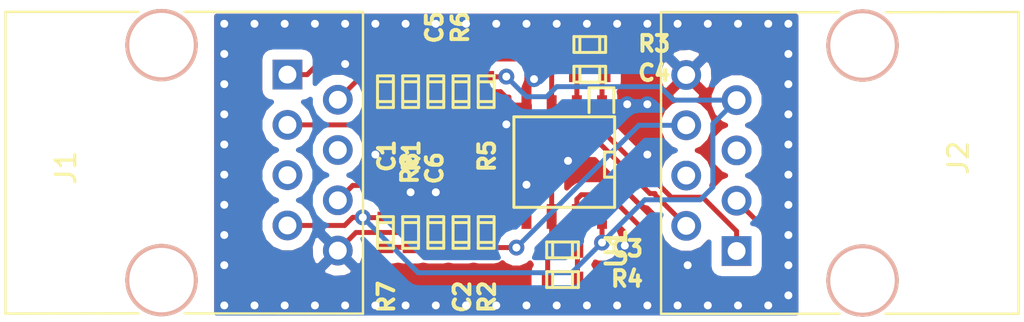
<source format=kicad_pcb>
(kicad_pcb (version 20170922) (host pcbnew "(2017-10-23 revision 788972554)-makepkg")

(general
  (thickness 1.6)
  (drawings 0)
  (tracks 185)
  (zones 0)
  (modules 17)
  (nets 15)
)

(page A4)
(layers
  (0 F.Cu signal)
  (31 B.Cu signal)
  (32 B.Adhes user)
  (33 F.Adhes user)
  (34 B.Paste user)
  (35 F.Paste user)
  (36 B.SilkS user)
  (37 F.SilkS user)
  (38 B.Mask user)
  (39 F.Mask user)
  (40 Dwgs.User user)
  (41 Cmts.User user)
  (42 Eco1.User user)
  (43 Eco2.User user)
  (44 Edge.Cuts user)
  (45 Margin user)
  (46 B.CrtYd user)
  (47 F.CrtYd user)
  (48 B.Fab user)
  (49 F.Fab user)
)


(setup
  (last_trace_width 0.25)
  (trace_clearance 0.2)
  (zone_clearance 0.508)
  (zone_45_only no)
  (trace_min 0.2)
  (segment_width 0.2)
  (edge_width 0.15)
  (via_size 0.8)
  (via_drill 0.4)
  (via_min_size 0.4)
  (via_min_drill 0.3)
  (uvia_size 0.3)
  (uvia_drill 0.1)
  (uvias_allowed no)
  (uvia_min_size 0.2)
  (uvia_min_drill 0.1)
  (pcb_text_width 0.3)
  (pcb_text_size 1.5 1.5)
  (mod_edge_width 0.15)
  (mod_text_size 1 1)
  (mod_text_width 0.15)
  (pad_size 1.524 1.524)
  (pad_drill 0.762)
  (pad_to_mask_clearance 0.2)
  (aux_axis_origin 0 0)
  (visible_elements FFF9FF7F)
  (pcbplotparams
    (layerselection 0x00030_ffffffff)
    (usegerberextensions false)
    (usegerberattributes true)
    (usegerberadvancedattributes true)
    (creategerberjobfile true)
    (excludeedgelayer true)
    (linewidth 0.100000)
    (plotframeref false)
    (viasonmask false)
    (mode 1)
    (useauxorigin false)
    (hpglpennumber 1)
    (hpglpenspeed 20)
    (hpglpendiameter 15)
    (psnegative false)
    (psa4output false)
    (plotreference true)
    (plotvalue true)
    (plotinvisibletext false)
    (padsonsilk false)
    (subtractmaskfromsilk false)
    (outputformat 1)
    (mirror false)
    (drillshape 1)
    (scaleselection 1)
    (outputdirectory ""))
)

(net 0 "")
(net 1 "Net-(C1-Pad2)")
(net 2 "Net-(C1-Pad1)")
(net 3 "Net-(C2-Pad1)")
(net 4 "Net-(C2-Pad2)")
(net 5 "Net-(C3-Pad1)")
(net 6 "Net-(C3-Pad2)")
(net 7 "Net-(C4-Pad2)")
(net 8 "Net-(C4-Pad1)")
(net 9 GND)
(net 10 +5V)
(net 11 "Net-(J1-Pad5)")
(net 12 "Net-(J1-Pad4)")
(net 13 "Net-(J2-Pad4)")
(net 14 "Net-(J2-Pad5)")

(net_class Default "This is the default net class."
  (clearance 0.2)
  (trace_width 0.25)
  (via_dia 0.8)
  (via_drill 0.4)
  (uvia_dia 0.3)
  (uvia_drill 0.1)
  (add_net +5V)
  (add_net GND)
  (add_net "Net-(C1-Pad1)")
  (add_net "Net-(C1-Pad2)")
  (add_net "Net-(C2-Pad1)")
  (add_net "Net-(C2-Pad2)")
  (add_net "Net-(C3-Pad1)")
  (add_net "Net-(C3-Pad2)")
  (add_net "Net-(C4-Pad1)")
  (add_net "Net-(C4-Pad2)")
  (add_net "Net-(J1-Pad4)")
  (add_net "Net-(J1-Pad5)")
  (add_net "Net-(J2-Pad4)")
  (add_net "Net-(J2-Pad5)")
)

  (module Connect:RJ45_8 (layer F.Cu) (tedit 0) (tstamp 592E3486)
    (at 156.9 81.58 90)
    (tags RJ45)
    (path /592E00E5)
    (fp_text reference J2 (at 4.7 11.18 90) (layer F.SilkS)
      (effects (font (size 1 1) (thickness 0.15)))
    )
    (fp_text value RJ45 (at 4.59 6.25 90) (layer F.Fab)
      (effects (font (size 1 1) (thickness 0.15)))
    )
    (fp_line (start -3.17 14.22) (end 12.07 14.22) (layer F.SilkS) (width 0.12))
    (fp_line (start 12.07 -3.81) (end 12.06 5.18) (layer F.SilkS) (width 0.12))
    (fp_line (start 12.07 -3.81) (end -3.17 -3.81) (layer F.SilkS) (width 0.12))
    (fp_line (start -3.17 -3.81) (end -3.17 5.19) (layer F.SilkS) (width 0.12))
    (fp_line (start 12.06 7.52) (end 12.07 14.22) (layer F.SilkS) (width 0.12))
    (fp_line (start -3.17 7.51) (end -3.17 14.22) (layer F.SilkS) (width 0.12))
    (fp_line (start -3.56 -4.06) (end 12.46 -4.06) (layer F.CrtYd) (width 0.05))
    (fp_line (start -3.56 -4.06) (end -3.56 14.47) (layer F.CrtYd) (width 0.05))
    (fp_line (start 12.46 14.47) (end 12.46 -4.06) (layer F.CrtYd) (width 0.05))
    (fp_line (start 12.46 14.47) (end -3.56 14.47) (layer F.CrtYd) (width 0.05))
    (pad Hole np_thru_hole circle (at 10.38 6.35 90) (size 3.65 3.65) (drill 3.25) (layers *.Cu *.SilkS *.Mask))
    (pad Hole np_thru_hole circle (at -1.49 6.35 90) (size 3.65 3.65) (drill 3.25) (layers *.Cu *.SilkS *.Mask))
    (pad 1 thru_hole rect (at 0 0 90) (size 1.5 1.5) (drill 0.9) (layers *.Cu *.Mask)
      (net 8 "Net-(C4-Pad1)"))
    (pad 2 thru_hole circle (at 1.27 -2.54 90) (size 1.5 1.5) (drill 0.9) (layers *.Cu *.Mask)
      (net 2 "Net-(C1-Pad1)"))
    (pad 3 thru_hole circle (at 2.54 0 90) (size 1.5 1.5) (drill 0.9) (layers *.Cu *.Mask)
      (net 5 "Net-(C3-Pad1)"))
    (pad 4 thru_hole circle (at 3.81 -2.54 90) (size 1.5 1.5) (drill 0.9) (layers *.Cu *.Mask)
      (net 13 "Net-(J2-Pad4)"))
    (pad 5 thru_hole circle (at 5.08 0 90) (size 1.5 1.5) (drill 0.9) (layers *.Cu *.Mask)
      (net 14 "Net-(J2-Pad5)"))
    (pad 6 thru_hole circle (at 6.35 -2.54 90) (size 1.5 1.5) (drill 0.9) (layers *.Cu *.Mask)
      (net 3 "Net-(C2-Pad1)"))
    (pad 7 thru_hole circle (at 7.62 0 90) (size 1.5 1.5) (drill 0.9) (layers *.Cu *.Mask)
      (net 10 +5V))
    (pad 8 thru_hole circle (at 8.89 -2.54 90) (size 1.5 1.5) (drill 0.9) (layers *.Cu *.Mask)
      (net 9 GND))
    (model Connectors.3dshapes/RJ45_8.wrl
      (at (xyz 0.18 -0.25 0))
      (scale (xyz 0.4 0.4 0.4))
      (rotate (xyz 0 0 0))
    )
  )

  (module stmbl:C_0603 (layer F.Cu) (tedit 58865B58) (tstamp 592E3406)
    (at 139.192 73.533 90)
    (descr "Capacitor SMD 0603, reflow soldering, AVX (see smccp.pdf)")
    (tags "capacitor 0603")
    (path /592E0C46)
    (attr smd)
    (fp_text reference C1 (at -3.248 0.064 90) (layer F.SilkS)
      (effects (font (size 0.8 0.8) (thickness 0.2)))
    )
    (fp_text value 27p (at 0 1.4 90) (layer F.Fab)
      (effects (font (size 1 1) (thickness 0.15)))
    )
    (fp_line (start 0.5 -0.4) (end 0.5 0.4) (layer F.SilkS) (width 0.15))
    (fp_line (start -0.5 -0.4) (end -0.5 0.4) (layer F.SilkS) (width 0.15))
    (fp_line (start 0.8 -0.4) (end -0.8 -0.4) (layer F.SilkS) (width 0.15))
    (fp_line (start 0.8 0.4) (end 0.8 -0.4) (layer F.SilkS) (width 0.15))
    (fp_line (start -0.8 0.4) (end 0.8 0.4) (layer F.SilkS) (width 0.15))
    (fp_line (start -0.8 -0.4) (end -0.8 0.4) (layer F.SilkS) (width 0.15))
    (fp_line (start -1.3 -0.6) (end 1.3 -0.6) (layer F.CrtYd) (width 0.05))
    (fp_line (start -1.3 0.6) (end 1.3 0.6) (layer F.CrtYd) (width 0.05))
    (fp_line (start -1.3 -0.6) (end -1.3 0.6) (layer F.CrtYd) (width 0.05))
    (fp_line (start 1.3 -0.6) (end 1.3 0.6) (layer F.CrtYd) (width 0.05))
    (pad 2 smd rect (at 0.75 0 90) (size 0.59 0.8) (layers F.Cu F.Paste F.Mask)
      (net 1 "Net-(C1-Pad2)") (solder_mask_margin 0.1))
    (pad 1 smd rect (at -0.75 0 90) (size 0.59 0.8) (layers F.Cu F.Paste F.Mask)
      (net 2 "Net-(C1-Pad1)") (solder_mask_margin 0.1))
    (model Capacitors_SMD.3dshapes/C_0603.wrl
      (at (xyz 0 0 0))
      (scale (xyz 1 1 1))
      (rotate (xyz 0 0 0))
    )
  )

  (module stmbl:C_0603 (layer F.Cu) (tedit 58865B58) (tstamp 592E3416)
    (at 143.002 80.645 90)
    (descr "Capacitor SMD 0603, reflow soldering, AVX (see smccp.pdf)")
    (tags "capacitor 0603")
    (path /592E0E05)
    (attr smd)
    (fp_text reference C2 (at -3.248 0.064 90) (layer F.SilkS)
      (effects (font (size 0.8 0.8) (thickness 0.2)))
    )
    (fp_text value 27p (at 0 1.4 90) (layer F.Fab)
      (effects (font (size 1 1) (thickness 0.15)))
    )
    (fp_line (start 1.3 -0.6) (end 1.3 0.6) (layer F.CrtYd) (width 0.05))
    (fp_line (start -1.3 -0.6) (end -1.3 0.6) (layer F.CrtYd) (width 0.05))
    (fp_line (start -1.3 0.6) (end 1.3 0.6) (layer F.CrtYd) (width 0.05))
    (fp_line (start -1.3 -0.6) (end 1.3 -0.6) (layer F.CrtYd) (width 0.05))
    (fp_line (start -0.8 -0.4) (end -0.8 0.4) (layer F.SilkS) (width 0.15))
    (fp_line (start -0.8 0.4) (end 0.8 0.4) (layer F.SilkS) (width 0.15))
    (fp_line (start 0.8 0.4) (end 0.8 -0.4) (layer F.SilkS) (width 0.15))
    (fp_line (start 0.8 -0.4) (end -0.8 -0.4) (layer F.SilkS) (width 0.15))
    (fp_line (start -0.5 -0.4) (end -0.5 0.4) (layer F.SilkS) (width 0.15))
    (fp_line (start 0.5 -0.4) (end 0.5 0.4) (layer F.SilkS) (width 0.15))
    (pad 1 smd rect (at -0.75 0 90) (size 0.59 0.8) (layers F.Cu F.Paste F.Mask)
      (net 3 "Net-(C2-Pad1)") (solder_mask_margin 0.1))
    (pad 2 smd rect (at 0.75 0 90) (size 0.59 0.8) (layers F.Cu F.Paste F.Mask)
      (net 4 "Net-(C2-Pad2)") (solder_mask_margin 0.1))
    (model Capacitors_SMD.3dshapes/C_0603.wrl
      (at (xyz 0 0 0))
      (scale (xyz 1 1 1))
      (rotate (xyz 0 0 0))
    )
  )

  (module stmbl:C_0603 (layer F.Cu) (tedit 58865B58) (tstamp 592E3426)
    (at 148.123 81.524 180)
    (descr "Capacitor SMD 0603, reflow soldering, AVX (see smccp.pdf)")
    (tags "capacitor 0603")
    (path /592E0986)
    (attr smd)
    (fp_text reference C3 (at -3.248 0.064 180) (layer F.SilkS)
      (effects (font (size 0.8 0.8) (thickness 0.2)))
    )
    (fp_text value 27p (at 0 1.4 180) (layer F.Fab)
      (effects (font (size 1 1) (thickness 0.15)))
    )
    (fp_line (start 1.3 -0.6) (end 1.3 0.6) (layer F.CrtYd) (width 0.05))
    (fp_line (start -1.3 -0.6) (end -1.3 0.6) (layer F.CrtYd) (width 0.05))
    (fp_line (start -1.3 0.6) (end 1.3 0.6) (layer F.CrtYd) (width 0.05))
    (fp_line (start -1.3 -0.6) (end 1.3 -0.6) (layer F.CrtYd) (width 0.05))
    (fp_line (start -0.8 -0.4) (end -0.8 0.4) (layer F.SilkS) (width 0.15))
    (fp_line (start -0.8 0.4) (end 0.8 0.4) (layer F.SilkS) (width 0.15))
    (fp_line (start 0.8 0.4) (end 0.8 -0.4) (layer F.SilkS) (width 0.15))
    (fp_line (start 0.8 -0.4) (end -0.8 -0.4) (layer F.SilkS) (width 0.15))
    (fp_line (start -0.5 -0.4) (end -0.5 0.4) (layer F.SilkS) (width 0.15))
    (fp_line (start 0.5 -0.4) (end 0.5 0.4) (layer F.SilkS) (width 0.15))
    (pad 1 smd rect (at -0.75 0 180) (size 0.59 0.8) (layers F.Cu F.Paste F.Mask)
      (net 5 "Net-(C3-Pad1)") (solder_mask_margin 0.1))
    (pad 2 smd rect (at 0.75 0 180) (size 0.59 0.8) (layers F.Cu F.Paste F.Mask)
      (net 6 "Net-(C3-Pad2)") (solder_mask_margin 0.1))
    (model Capacitors_SMD.3dshapes/C_0603.wrl
      (at (xyz 0 0 0))
      (scale (xyz 1 1 1))
      (rotate (xyz 0 0 0))
    )
  )

  (module stmbl:C_0603 (layer F.Cu) (tedit 58865B58) (tstamp 592E3436)
    (at 149.496 72.651 180)
    (descr "Capacitor SMD 0603, reflow soldering, AVX (see smccp.pdf)")
    (tags "capacitor 0603")
    (path /592E0942)
    (attr smd)
    (fp_text reference C4 (at -3.248 0.064 180) (layer F.SilkS)
      (effects (font (size 0.8 0.8) (thickness 0.2)))
    )
    (fp_text value 27p (at 0 1.4 180) (layer F.Fab)
      (effects (font (size 1 1) (thickness 0.15)))
    )
    (fp_line (start 0.5 -0.4) (end 0.5 0.4) (layer F.SilkS) (width 0.15))
    (fp_line (start -0.5 -0.4) (end -0.5 0.4) (layer F.SilkS) (width 0.15))
    (fp_line (start 0.8 -0.4) (end -0.8 -0.4) (layer F.SilkS) (width 0.15))
    (fp_line (start 0.8 0.4) (end 0.8 -0.4) (layer F.SilkS) (width 0.15))
    (fp_line (start -0.8 0.4) (end 0.8 0.4) (layer F.SilkS) (width 0.15))
    (fp_line (start -0.8 -0.4) (end -0.8 0.4) (layer F.SilkS) (width 0.15))
    (fp_line (start -1.3 -0.6) (end 1.3 -0.6) (layer F.CrtYd) (width 0.05))
    (fp_line (start -1.3 0.6) (end 1.3 0.6) (layer F.CrtYd) (width 0.05))
    (fp_line (start -1.3 -0.6) (end -1.3 0.6) (layer F.CrtYd) (width 0.05))
    (fp_line (start 1.3 -0.6) (end 1.3 0.6) (layer F.CrtYd) (width 0.05))
    (pad 2 smd rect (at 0.75 0 180) (size 0.59 0.8) (layers F.Cu F.Paste F.Mask)
      (net 7 "Net-(C4-Pad2)") (solder_mask_margin 0.1))
    (pad 1 smd rect (at -0.75 0 180) (size 0.59 0.8) (layers F.Cu F.Paste F.Mask)
      (net 8 "Net-(C4-Pad1)") (solder_mask_margin 0.1))
    (model Capacitors_SMD.3dshapes/C_0603.wrl
      (at (xyz 0 0 0))
      (scale (xyz 1 1 1))
      (rotate (xyz 0 0 0))
    )
  )

  (module stmbl:C_0603 (layer F.Cu) (tedit 58865B58) (tstamp 592E3446)
    (at 141.732 73.533001 270)
    (descr "Capacitor SMD 0603, reflow soldering, AVX (see smccp.pdf)")
    (tags "capacitor 0603")
    (path /592E10E2)
    (attr smd)
    (fp_text reference C5 (at -3.248 0.064 270) (layer F.SilkS)
      (effects (font (size 0.8 0.8) (thickness 0.2)))
    )
    (fp_text value 100n (at 0 1.4 270) (layer F.Fab)
      (effects (font (size 1 1) (thickness 0.15)))
    )
    (fp_line (start 0.5 -0.4) (end 0.5 0.4) (layer F.SilkS) (width 0.15))
    (fp_line (start -0.5 -0.4) (end -0.5 0.4) (layer F.SilkS) (width 0.15))
    (fp_line (start 0.8 -0.4) (end -0.8 -0.4) (layer F.SilkS) (width 0.15))
    (fp_line (start 0.8 0.4) (end 0.8 -0.4) (layer F.SilkS) (width 0.15))
    (fp_line (start -0.8 0.4) (end 0.8 0.4) (layer F.SilkS) (width 0.15))
    (fp_line (start -0.8 -0.4) (end -0.8 0.4) (layer F.SilkS) (width 0.15))
    (fp_line (start -1.3 -0.6) (end 1.3 -0.6) (layer F.CrtYd) (width 0.05))
    (fp_line (start -1.3 0.6) (end 1.3 0.6) (layer F.CrtYd) (width 0.05))
    (fp_line (start -1.3 -0.6) (end -1.3 0.6) (layer F.CrtYd) (width 0.05))
    (fp_line (start 1.3 -0.6) (end 1.3 0.6) (layer F.CrtYd) (width 0.05))
    (pad 2 smd rect (at 0.75 0 270) (size 0.59 0.8) (layers F.Cu F.Paste F.Mask)
      (net 2 "Net-(C1-Pad1)") (solder_mask_margin 0.1))
    (pad 1 smd rect (at -0.75 0 270) (size 0.59 0.8) (layers F.Cu F.Paste F.Mask)
      (net 9 GND) (solder_mask_margin 0.1))
    (model Capacitors_SMD.3dshapes/C_0603.wrl
      (at (xyz 0 0 0))
      (scale (xyz 1 1 1))
      (rotate (xyz 0 0 0))
    )
  )

  (module stmbl:C_0603 (layer F.Cu) (tedit 58865B58) (tstamp 592E3456)
    (at 141.732 80.645 270)
    (descr "Capacitor SMD 0603, reflow soldering, AVX (see smccp.pdf)")
    (tags "capacitor 0603")
    (path /592E1BDE)
    (attr smd)
    (fp_text reference C6 (at -3.248 0.064 270) (layer F.SilkS)
      (effects (font (size 0.8 0.8) (thickness 0.2)))
    )
    (fp_text value 100n (at 0 1.4 270) (layer F.Fab)
      (effects (font (size 1 1) (thickness 0.15)))
    )
    (fp_line (start 1.3 -0.6) (end 1.3 0.6) (layer F.CrtYd) (width 0.05))
    (fp_line (start -1.3 -0.6) (end -1.3 0.6) (layer F.CrtYd) (width 0.05))
    (fp_line (start -1.3 0.6) (end 1.3 0.6) (layer F.CrtYd) (width 0.05))
    (fp_line (start -1.3 -0.6) (end 1.3 -0.6) (layer F.CrtYd) (width 0.05))
    (fp_line (start -0.8 -0.4) (end -0.8 0.4) (layer F.SilkS) (width 0.15))
    (fp_line (start -0.8 0.4) (end 0.8 0.4) (layer F.SilkS) (width 0.15))
    (fp_line (start 0.8 0.4) (end 0.8 -0.4) (layer F.SilkS) (width 0.15))
    (fp_line (start 0.8 -0.4) (end -0.8 -0.4) (layer F.SilkS) (width 0.15))
    (fp_line (start -0.5 -0.4) (end -0.5 0.4) (layer F.SilkS) (width 0.15))
    (fp_line (start 0.5 -0.4) (end 0.5 0.4) (layer F.SilkS) (width 0.15))
    (pad 1 smd rect (at -0.75 0 270) (size 0.59 0.8) (layers F.Cu F.Paste F.Mask)
      (net 9 GND) (solder_mask_margin 0.1))
    (pad 2 smd rect (at 0.75 0 270) (size 0.59 0.8) (layers F.Cu F.Paste F.Mask)
      (net 3 "Net-(C2-Pad1)") (solder_mask_margin 0.1))
    (model Capacitors_SMD.3dshapes/C_0603.wrl
      (at (xyz 0 0 0))
      (scale (xyz 1 1 1))
      (rotate (xyz 0 0 0))
    )
  )

  (module Connect:RJ45_8 (layer F.Cu) (tedit 0) (tstamp 592E346E)
    (at 134.25 72.67 270)
    (tags RJ45)
    (path /592E009D)
    (fp_text reference J1 (at 4.7 11.18 270) (layer F.SilkS)
      (effects (font (size 1 1) (thickness 0.15)))
    )
    (fp_text value RJ45 (at 4.59 6.25 270) (layer F.Fab)
      (effects (font (size 1 1) (thickness 0.15)))
    )
    (fp_line (start 12.46 14.47) (end -3.56 14.47) (layer F.CrtYd) (width 0.05))
    (fp_line (start 12.46 14.47) (end 12.46 -4.06) (layer F.CrtYd) (width 0.05))
    (fp_line (start -3.56 -4.06) (end -3.56 14.47) (layer F.CrtYd) (width 0.05))
    (fp_line (start -3.56 -4.06) (end 12.46 -4.06) (layer F.CrtYd) (width 0.05))
    (fp_line (start -3.17 7.51) (end -3.17 14.22) (layer F.SilkS) (width 0.12))
    (fp_line (start 12.06 7.52) (end 12.07 14.22) (layer F.SilkS) (width 0.12))
    (fp_line (start -3.17 -3.81) (end -3.17 5.19) (layer F.SilkS) (width 0.12))
    (fp_line (start 12.07 -3.81) (end -3.17 -3.81) (layer F.SilkS) (width 0.12))
    (fp_line (start 12.07 -3.81) (end 12.06 5.18) (layer F.SilkS) (width 0.12))
    (fp_line (start -3.17 14.22) (end 12.07 14.22) (layer F.SilkS) (width 0.12))
    (pad 8 thru_hole circle (at 8.89 -2.54 270) (size 1.5 1.5) (drill 0.9) (layers *.Cu *.Mask)
      (net 9 GND))
    (pad 7 thru_hole circle (at 7.62 0 270) (size 1.5 1.5) (drill 0.9) (layers *.Cu *.Mask)
      (net 10 +5V))
    (pad 6 thru_hole circle (at 6.35 -2.54 270) (size 1.5 1.5) (drill 0.9) (layers *.Cu *.Mask)
      (net 4 "Net-(C2-Pad2)"))
    (pad 5 thru_hole circle (at 5.08 0 270) (size 1.5 1.5) (drill 0.9) (layers *.Cu *.Mask)
      (net 11 "Net-(J1-Pad5)"))
    (pad 4 thru_hole circle (at 3.81 -2.54 270) (size 1.5 1.5) (drill 0.9) (layers *.Cu *.Mask)
      (net 12 "Net-(J1-Pad4)"))
    (pad 3 thru_hole circle (at 2.54 0 270) (size 1.5 1.5) (drill 0.9) (layers *.Cu *.Mask)
      (net 6 "Net-(C3-Pad2)"))
    (pad 2 thru_hole circle (at 1.27 -2.54 270) (size 1.5 1.5) (drill 0.9) (layers *.Cu *.Mask)
      (net 1 "Net-(C1-Pad2)"))
    (pad 1 thru_hole rect (at 0 0 270) (size 1.5 1.5) (drill 0.9) (layers *.Cu *.Mask)
      (net 7 "Net-(C4-Pad2)"))
    (pad Hole np_thru_hole circle (at -1.49 6.35 270) (size 3.65 3.65) (drill 3.25) (layers *.Cu *.SilkS *.Mask))
    (pad Hole np_thru_hole circle (at 10.38 6.35 270) (size 3.65 3.65) (drill 3.25) (layers *.Cu *.SilkS *.Mask))
    (model Connectors.3dshapes/RJ45_8.wrl
      (at (xyz 0.18 -0.25 0))
      (scale (xyz 0.4 0.4 0.4))
      (rotate (xyz 0 0 0))
    )
  )

  (module stmbl:R_0603 (layer F.Cu) (tedit 58865CE9) (tstamp 592E3496)
    (at 140.462 73.533 90)
    (descr "Resistor SMD 0603, reflow soldering, Vishay (see dcrcw.pdf)")
    (tags "resistor 0603")
    (path /592E0C0B)
    (attr smd)
    (fp_text reference R1 (at -3.248 0.04 90) (layer F.SilkS)
      (effects (font (size 0.8 0.8) (thickness 0.2)))
    )
    (fp_text value 100k (at 0 1.4 90) (layer F.Fab)
      (effects (font (size 1 1) (thickness 0.15)))
    )
    (fp_line (start 0.5 -0.4) (end 0.5 0.4) (layer F.SilkS) (width 0.15))
    (fp_line (start -0.5 -0.4) (end -0.5 0.4) (layer F.SilkS) (width 0.15))
    (fp_line (start 0.8 -0.4) (end -0.8 -0.4) (layer F.SilkS) (width 0.15))
    (fp_line (start 0.8 0.4) (end 0.8 -0.4) (layer F.SilkS) (width 0.15))
    (fp_line (start -0.8 0.4) (end 0.8 0.4) (layer F.SilkS) (width 0.15))
    (fp_line (start -0.8 -0.4) (end -0.8 0.4) (layer F.SilkS) (width 0.15))
    (fp_line (start -1.3 -0.6) (end 1.3 -0.6) (layer F.CrtYd) (width 0.05))
    (fp_line (start -1.3 0.6) (end 1.3 0.6) (layer F.CrtYd) (width 0.05))
    (fp_line (start -1.3 -0.6) (end -1.3 0.6) (layer F.CrtYd) (width 0.05))
    (fp_line (start 1.3 -0.6) (end 1.3 0.6) (layer F.CrtYd) (width 0.05))
    (pad 2 smd rect (at 0.75 0 90) (size 0.59 0.8) (layers F.Cu F.Paste F.Mask)
      (net 1 "Net-(C1-Pad2)") (solder_mask_margin 0.1))
    (pad 1 smd rect (at -0.75 0 90) (size 0.59 0.8) (layers F.Cu F.Paste F.Mask)
      (net 2 "Net-(C1-Pad1)") (solder_mask_margin 0.1))
    (model Resistors_SMD.3dshapes/R_0603.wrl
      (at (xyz 0 0 0))
      (scale (xyz 1 1 1))
      (rotate (xyz 0 0 0))
    )
  )

  (module stmbl:R_0603 (layer F.Cu) (tedit 58865CE9) (tstamp 592E34A6)
    (at 144.272 80.645 90)
    (descr "Resistor SMD 0603, reflow soldering, Vishay (see dcrcw.pdf)")
    (tags "resistor 0603")
    (path /592E0DC4)
    (attr smd)
    (fp_text reference R2 (at -3.248 0.04 90) (layer F.SilkS)
      (effects (font (size 0.8 0.8) (thickness 0.2)))
    )
    (fp_text value 100k (at 0 1.4 90) (layer F.Fab)
      (effects (font (size 1 1) (thickness 0.15)))
    )
    (fp_line (start 1.3 -0.6) (end 1.3 0.6) (layer F.CrtYd) (width 0.05))
    (fp_line (start -1.3 -0.6) (end -1.3 0.6) (layer F.CrtYd) (width 0.05))
    (fp_line (start -1.3 0.6) (end 1.3 0.6) (layer F.CrtYd) (width 0.05))
    (fp_line (start -1.3 -0.6) (end 1.3 -0.6) (layer F.CrtYd) (width 0.05))
    (fp_line (start -0.8 -0.4) (end -0.8 0.4) (layer F.SilkS) (width 0.15))
    (fp_line (start -0.8 0.4) (end 0.8 0.4) (layer F.SilkS) (width 0.15))
    (fp_line (start 0.8 0.4) (end 0.8 -0.4) (layer F.SilkS) (width 0.15))
    (fp_line (start 0.8 -0.4) (end -0.8 -0.4) (layer F.SilkS) (width 0.15))
    (fp_line (start -0.5 -0.4) (end -0.5 0.4) (layer F.SilkS) (width 0.15))
    (fp_line (start 0.5 -0.4) (end 0.5 0.4) (layer F.SilkS) (width 0.15))
    (pad 1 smd rect (at -0.75 0 90) (size 0.59 0.8) (layers F.Cu F.Paste F.Mask)
      (net 3 "Net-(C2-Pad1)") (solder_mask_margin 0.1))
    (pad 2 smd rect (at 0.75 0 90) (size 0.59 0.8) (layers F.Cu F.Paste F.Mask)
      (net 4 "Net-(C2-Pad2)") (solder_mask_margin 0.1))
    (model Resistors_SMD.3dshapes/R_0603.wrl
      (at (xyz 0 0 0))
      (scale (xyz 1 1 1))
      (rotate (xyz 0 0 0))
    )
  )

  (module stmbl:R_0603 (layer F.Cu) (tedit 58865CE9) (tstamp 592E34B6)
    (at 149.496 71.151 180)
    (descr "Resistor SMD 0603, reflow soldering, Vishay (see dcrcw.pdf)")
    (tags "resistor 0603")
    (path /592E08D0)
    (attr smd)
    (fp_text reference R3 (at -3.248 0.04 180) (layer F.SilkS)
      (effects (font (size 0.8 0.8) (thickness 0.2)))
    )
    (fp_text value 100k (at 0 1.4 180) (layer F.Fab)
      (effects (font (size 1 1) (thickness 0.15)))
    )
    (fp_line (start 1.3 -0.6) (end 1.3 0.6) (layer F.CrtYd) (width 0.05))
    (fp_line (start -1.3 -0.6) (end -1.3 0.6) (layer F.CrtYd) (width 0.05))
    (fp_line (start -1.3 0.6) (end 1.3 0.6) (layer F.CrtYd) (width 0.05))
    (fp_line (start -1.3 -0.6) (end 1.3 -0.6) (layer F.CrtYd) (width 0.05))
    (fp_line (start -0.8 -0.4) (end -0.8 0.4) (layer F.SilkS) (width 0.15))
    (fp_line (start -0.8 0.4) (end 0.8 0.4) (layer F.SilkS) (width 0.15))
    (fp_line (start 0.8 0.4) (end 0.8 -0.4) (layer F.SilkS) (width 0.15))
    (fp_line (start 0.8 -0.4) (end -0.8 -0.4) (layer F.SilkS) (width 0.15))
    (fp_line (start -0.5 -0.4) (end -0.5 0.4) (layer F.SilkS) (width 0.15))
    (fp_line (start 0.5 -0.4) (end 0.5 0.4) (layer F.SilkS) (width 0.15))
    (pad 1 smd rect (at -0.75 0 180) (size 0.59 0.8) (layers F.Cu F.Paste F.Mask)
      (net 8 "Net-(C4-Pad1)") (solder_mask_margin 0.1))
    (pad 2 smd rect (at 0.75 0 180) (size 0.59 0.8) (layers F.Cu F.Paste F.Mask)
      (net 7 "Net-(C4-Pad2)") (solder_mask_margin 0.1))
    (model Resistors_SMD.3dshapes/R_0603.wrl
      (at (xyz 0 0 0))
      (scale (xyz 1 1 1))
      (rotate (xyz 0 0 0))
    )
  )

  (module stmbl:R_0603 (layer F.Cu) (tedit 58865CE9) (tstamp 592E34C6)
    (at 148.123 83.023999 180)
    (descr "Resistor SMD 0603, reflow soldering, Vishay (see dcrcw.pdf)")
    (tags "resistor 0603")
    (path /592E0847)
    (attr smd)
    (fp_text reference R4 (at -3.248 0.04 180) (layer F.SilkS)
      (effects (font (size 0.8 0.8) (thickness 0.2)))
    )
    (fp_text value 100k (at 0 1.4 180) (layer F.Fab)
      (effects (font (size 1 1) (thickness 0.15)))
    )
    (fp_line (start 0.5 -0.4) (end 0.5 0.4) (layer F.SilkS) (width 0.15))
    (fp_line (start -0.5 -0.4) (end -0.5 0.4) (layer F.SilkS) (width 0.15))
    (fp_line (start 0.8 -0.4) (end -0.8 -0.4) (layer F.SilkS) (width 0.15))
    (fp_line (start 0.8 0.4) (end 0.8 -0.4) (layer F.SilkS) (width 0.15))
    (fp_line (start -0.8 0.4) (end 0.8 0.4) (layer F.SilkS) (width 0.15))
    (fp_line (start -0.8 -0.4) (end -0.8 0.4) (layer F.SilkS) (width 0.15))
    (fp_line (start -1.3 -0.6) (end 1.3 -0.6) (layer F.CrtYd) (width 0.05))
    (fp_line (start -1.3 0.6) (end 1.3 0.6) (layer F.CrtYd) (width 0.05))
    (fp_line (start -1.3 -0.6) (end -1.3 0.6) (layer F.CrtYd) (width 0.05))
    (fp_line (start 1.3 -0.6) (end 1.3 0.6) (layer F.CrtYd) (width 0.05))
    (pad 2 smd rect (at 0.75 0 180) (size 0.59 0.8) (layers F.Cu F.Paste F.Mask)
      (net 6 "Net-(C3-Pad2)") (solder_mask_margin 0.1))
    (pad 1 smd rect (at -0.75 0 180) (size 0.59 0.8) (layers F.Cu F.Paste F.Mask)
      (net 5 "Net-(C3-Pad1)") (solder_mask_margin 0.1))
    (model Resistors_SMD.3dshapes/R_0603.wrl
      (at (xyz 0 0 0))
      (scale (xyz 1 1 1))
      (rotate (xyz 0 0 0))
    )
  )

  (module stmbl:R_0603 (layer F.Cu) (tedit 58865CE9) (tstamp 592E34D6)
    (at 144.272 73.533 90)
    (descr "Resistor SMD 0603, reflow soldering, Vishay (see dcrcw.pdf)")
    (tags "resistor 0603")
    (path /592E1018)
    (attr smd)
    (fp_text reference R5 (at -3.248 0.04 90) (layer F.SilkS)
      (effects (font (size 0.8 0.8) (thickness 0.2)))
    )
    (fp_text value 120 (at 0 1.4 90) (layer F.Fab)
      (effects (font (size 1 1) (thickness 0.15)))
    )
    (fp_line (start 0.5 -0.4) (end 0.5 0.4) (layer F.SilkS) (width 0.15))
    (fp_line (start -0.5 -0.4) (end -0.5 0.4) (layer F.SilkS) (width 0.15))
    (fp_line (start 0.8 -0.4) (end -0.8 -0.4) (layer F.SilkS) (width 0.15))
    (fp_line (start 0.8 0.4) (end 0.8 -0.4) (layer F.SilkS) (width 0.15))
    (fp_line (start -0.8 0.4) (end 0.8 0.4) (layer F.SilkS) (width 0.15))
    (fp_line (start -0.8 -0.4) (end -0.8 0.4) (layer F.SilkS) (width 0.15))
    (fp_line (start -1.3 -0.6) (end 1.3 -0.6) (layer F.CrtYd) (width 0.05))
    (fp_line (start -1.3 0.6) (end 1.3 0.6) (layer F.CrtYd) (width 0.05))
    (fp_line (start -1.3 -0.6) (end -1.3 0.6) (layer F.CrtYd) (width 0.05))
    (fp_line (start 1.3 -0.6) (end 1.3 0.6) (layer F.CrtYd) (width 0.05))
    (pad 2 smd rect (at 0.75 0 90) (size 0.59 0.8) (layers F.Cu F.Paste F.Mask)
      (net 10 +5V) (solder_mask_margin 0.1))
    (pad 1 smd rect (at -0.75 0 90) (size 0.59 0.8) (layers F.Cu F.Paste F.Mask)
      (net 2 "Net-(C1-Pad1)") (solder_mask_margin 0.1))
    (model Resistors_SMD.3dshapes/R_0603.wrl
      (at (xyz 0 0 0))
      (scale (xyz 1 1 1))
      (rotate (xyz 0 0 0))
    )
  )

  (module stmbl:R_0603 (layer F.Cu) (tedit 58865CE9) (tstamp 592E34E6)
    (at 143.002 73.533 270)
    (descr "Resistor SMD 0603, reflow soldering, Vishay (see dcrcw.pdf)")
    (tags "resistor 0603")
    (path /592E1061)
    (attr smd)
    (fp_text reference R6 (at -3.248 0.04 270) (layer F.SilkS)
      (effects (font (size 0.8 0.8) (thickness 0.2)))
    )
    (fp_text value 120 (at 0 1.4 270) (layer F.Fab)
      (effects (font (size 1 1) (thickness 0.15)))
    )
    (fp_line (start 1.3 -0.6) (end 1.3 0.6) (layer F.CrtYd) (width 0.05))
    (fp_line (start -1.3 -0.6) (end -1.3 0.6) (layer F.CrtYd) (width 0.05))
    (fp_line (start -1.3 0.6) (end 1.3 0.6) (layer F.CrtYd) (width 0.05))
    (fp_line (start -1.3 -0.6) (end 1.3 -0.6) (layer F.CrtYd) (width 0.05))
    (fp_line (start -0.8 -0.4) (end -0.8 0.4) (layer F.SilkS) (width 0.15))
    (fp_line (start -0.8 0.4) (end 0.8 0.4) (layer F.SilkS) (width 0.15))
    (fp_line (start 0.8 0.4) (end 0.8 -0.4) (layer F.SilkS) (width 0.15))
    (fp_line (start 0.8 -0.4) (end -0.8 -0.4) (layer F.SilkS) (width 0.15))
    (fp_line (start -0.5 -0.4) (end -0.5 0.4) (layer F.SilkS) (width 0.15))
    (fp_line (start 0.5 -0.4) (end 0.5 0.4) (layer F.SilkS) (width 0.15))
    (pad 1 smd rect (at -0.75 0 270) (size 0.59 0.8) (layers F.Cu F.Paste F.Mask)
      (net 9 GND) (solder_mask_margin 0.1))
    (pad 2 smd rect (at 0.75 0 270) (size 0.59 0.8) (layers F.Cu F.Paste F.Mask)
      (net 2 "Net-(C1-Pad1)") (solder_mask_margin 0.1))
    (model Resistors_SMD.3dshapes/R_0603.wrl
      (at (xyz 0 0 0))
      (scale (xyz 1 1 1))
      (rotate (xyz 0 0 0))
    )
  )

  (module stmbl:R_0603 (layer F.Cu) (tedit 58865CE9) (tstamp 592E34F6)
    (at 139.192 80.645 90)
    (descr "Resistor SMD 0603, reflow soldering, Vishay (see dcrcw.pdf)")
    (tags "resistor 0603")
    (path /592E1BC6)
    (attr smd)
    (fp_text reference R7 (at -3.248 0.04 90) (layer F.SilkS)
      (effects (font (size 0.8 0.8) (thickness 0.2)))
    )
    (fp_text value 120 (at 0 1.4 90) (layer F.Fab)
      (effects (font (size 1 1) (thickness 0.15)))
    )
    (fp_line (start 0.5 -0.4) (end 0.5 0.4) (layer F.SilkS) (width 0.15))
    (fp_line (start -0.5 -0.4) (end -0.5 0.4) (layer F.SilkS) (width 0.15))
    (fp_line (start 0.8 -0.4) (end -0.8 -0.4) (layer F.SilkS) (width 0.15))
    (fp_line (start 0.8 0.4) (end 0.8 -0.4) (layer F.SilkS) (width 0.15))
    (fp_line (start -0.8 0.4) (end 0.8 0.4) (layer F.SilkS) (width 0.15))
    (fp_line (start -0.8 -0.4) (end -0.8 0.4) (layer F.SilkS) (width 0.15))
    (fp_line (start -1.3 -0.6) (end 1.3 -0.6) (layer F.CrtYd) (width 0.05))
    (fp_line (start -1.3 0.6) (end 1.3 0.6) (layer F.CrtYd) (width 0.05))
    (fp_line (start -1.3 -0.6) (end -1.3 0.6) (layer F.CrtYd) (width 0.05))
    (fp_line (start 1.3 -0.6) (end 1.3 0.6) (layer F.CrtYd) (width 0.05))
    (pad 2 smd rect (at 0.75 0 90) (size 0.59 0.8) (layers F.Cu F.Paste F.Mask)
      (net 10 +5V) (solder_mask_margin 0.1))
    (pad 1 smd rect (at -0.75 0 90) (size 0.59 0.8) (layers F.Cu F.Paste F.Mask)
      (net 3 "Net-(C2-Pad1)") (solder_mask_margin 0.1))
    (model Resistors_SMD.3dshapes/R_0603.wrl
      (at (xyz 0 0 0))
      (scale (xyz 1 1 1))
      (rotate (xyz 0 0 0))
    )
  )

  (module stmbl:R_0603 (layer F.Cu) (tedit 58865CE9) (tstamp 592E3506)
    (at 140.462 80.645 270)
    (descr "Resistor SMD 0603, reflow soldering, Vishay (see dcrcw.pdf)")
    (tags "resistor 0603")
    (path /592E1BCC)
    (attr smd)
    (fp_text reference R8 (at -3.248 0.04 270) (layer F.SilkS)
      (effects (font (size 0.8 0.8) (thickness 0.2)))
    )
    (fp_text value 120 (at 0 1.4 270) (layer F.Fab)
      (effects (font (size 1 1) (thickness 0.15)))
    )
    (fp_line (start 1.3 -0.6) (end 1.3 0.6) (layer F.CrtYd) (width 0.05))
    (fp_line (start -1.3 -0.6) (end -1.3 0.6) (layer F.CrtYd) (width 0.05))
    (fp_line (start -1.3 0.6) (end 1.3 0.6) (layer F.CrtYd) (width 0.05))
    (fp_line (start -1.3 -0.6) (end 1.3 -0.6) (layer F.CrtYd) (width 0.05))
    (fp_line (start -0.8 -0.4) (end -0.8 0.4) (layer F.SilkS) (width 0.15))
    (fp_line (start -0.8 0.4) (end 0.8 0.4) (layer F.SilkS) (width 0.15))
    (fp_line (start 0.8 0.4) (end 0.8 -0.4) (layer F.SilkS) (width 0.15))
    (fp_line (start 0.8 -0.4) (end -0.8 -0.4) (layer F.SilkS) (width 0.15))
    (fp_line (start -0.5 -0.4) (end -0.5 0.4) (layer F.SilkS) (width 0.15))
    (fp_line (start 0.5 -0.4) (end 0.5 0.4) (layer F.SilkS) (width 0.15))
    (pad 1 smd rect (at -0.75 0 270) (size 0.59 0.8) (layers F.Cu F.Paste F.Mask)
      (net 9 GND) (solder_mask_margin 0.1))
    (pad 2 smd rect (at 0.75 0 270) (size 0.59 0.8) (layers F.Cu F.Paste F.Mask)
      (net 3 "Net-(C2-Pad1)") (solder_mask_margin 0.1))
    (model Resistors_SMD.3dshapes/R_0603.wrl
      (at (xyz 0 0 0))
      (scale (xyz 1 1 1))
      (rotate (xyz 0 0 0))
    )
  )

  (module stmbl:SOIC-8-N (layer F.Cu) (tedit 5895993B) (tstamp 592E351C)
    (at 148.209 77.089 270)
    (descr "Module Narrow CMS SOJ 8 pins large")
    (tags "CMS SOJ")
    (path /592E0206)
    (attr smd)
    (fp_text reference U1 (at 4.362 -2.624 270) (layer F.SilkS)
      (effects (font (size 1 1) (thickness 0.2)))
    )
    (fp_text value LM393 (at 0 1.27 270) (layer F.Fab)
      (effects (font (size 1 1) (thickness 0.15)))
    )
    (fp_line (start -3.75 -1.25) (end -3.75 -2.5) (layer F.SilkS) (width 0.15))
    (fp_line (start -2.5 -1.25) (end -3.75 -1.25) (layer F.SilkS) (width 0.15))
    (fp_line (start -3.75 -2.5) (end -2.5 -2.5) (layer F.SilkS) (width 0.15))
    (fp_line (start 2.286 -2.54) (end 2.286 2.54) (layer F.SilkS) (width 0.15))
    (fp_line (start 2.286 2.54) (end -2.286 2.54) (layer F.SilkS) (width 0.15))
    (fp_line (start -2.286 2.54) (end -2.286 -2.54) (layer F.SilkS) (width 0.15))
    (fp_line (start -2.286 -2.54) (end 2.286 -2.54) (layer F.SilkS) (width 0.15))
    (fp_line (start 0.762 -2.54) (end 0.762 -2.032) (layer F.SilkS) (width 0.15))
    (fp_line (start 0.762 -2.032) (end -0.508 -2.032) (layer F.SilkS) (width 0.15))
    (fp_line (start -0.508 -2.032) (end -0.508 -2.54) (layer F.SilkS) (width 0.15))
    (pad 1 smd rect (at -2.75 -1.905 180) (size 0.5 1.25) (layers F.Cu F.Paste F.Mask)
      (net 8 "Net-(C4-Pad1)"))
    (pad 2 smd rect (at -2.75 -0.635 180) (size 0.5 1.25) (layers F.Cu F.Paste F.Mask)
      (net 7 "Net-(C4-Pad2)"))
    (pad 3 smd rect (at -2.75 0.635 180) (size 0.5 1.25) (layers F.Cu F.Paste F.Mask)
      (net 1 "Net-(C1-Pad2)"))
    (pad 4 smd rect (at -2.75 1.905 180) (size 0.5 1.25) (layers F.Cu F.Paste F.Mask)
      (net 9 GND))
    (pad 5 smd rect (at 2.75 1.905 180) (size 0.5 1.25) (layers F.Cu F.Paste F.Mask)
      (net 4 "Net-(C2-Pad2)"))
    (pad 6 smd rect (at 2.75 0.635 180) (size 0.5 1.25) (layers F.Cu F.Paste F.Mask)
      (net 6 "Net-(C3-Pad2)"))
    (pad 7 smd rect (at 2.75 -0.635 180) (size 0.5 1.25) (layers F.Cu F.Paste F.Mask)
      (net 5 "Net-(C3-Pad1)"))
    (pad 8 smd rect (at 2.75 -1.905 180) (size 0.5 1.25) (layers F.Cu F.Paste F.Mask)
      (net 10 +5V))
    (model ${KIPRJMOD}/../lib/stmbl.pretty/so8.wrl
      (at (xyz -0.1220472440944882 -0.09842519685039371 0))
      (scale (xyz 0.394 0.394 0.394))
      (rotate (xyz 0 0 0))
    )
  )

  (segment (start 147.066 71.882) (end 147.574 72.39) (width 0.25) (layer F.Cu) (net 1))
  (segment (start 147.574 72.39) (end 147.574 74.339) (width 0.25) (layer F.Cu) (net 1))
  (segment (start 140.818 71.882) (end 147.066 71.882) (width 0.25) (layer F.Cu) (net 1))
  (segment (start 140.462 72.783) (end 140.462 72.238) (width 0.25) (layer F.Cu) (net 1))
  (segment (start 140.462 72.238) (end 140.818 71.882) (width 0.25) (layer F.Cu) (net 1))
  (segment (start 139.192 72.783) (end 140.462 72.783) (width 0.25) (layer F.Cu) (net 1))
  (segment (start 139.192 72.783) (end 137.947 72.783) (width 0.25) (layer F.Cu) (net 1))
  (segment (start 137.947 72.783) (end 136.79 73.94) (width 0.25) (layer F.Cu) (net 1))
  (segment (start 144.78 76.2) (end 144.272 75.692) (width 0.25) (layer F.Cu) (net 2))
  (segment (start 152.527 78.6765) (end 150.0505 76.2) (width 0.25) (layer F.Cu) (net 2))
  (segment (start 144.272 75.692) (end 144.272 74.283) (width 0.25) (layer F.Cu) (net 2))
  (segment (start 154.36 80.31) (end 152.781 78.731) (width 0.25) (layer F.Cu) (net 2))
  (segment (start 152.781 78.731) (end 152.781 78.6765) (width 0.25) (layer F.Cu) (net 2))
  (segment (start 152.781 78.6765) (end 152.527 78.6765) (width 0.25) (layer F.Cu) (net 2))
  (segment (start 150.0505 76.2) (end 144.78 76.2) (width 0.25) (layer F.Cu) (net 2))
  (segment (start 143.002 74.283) (end 144.272 74.283) (width 0.25) (layer F.Cu) (net 2))
  (segment (start 141.732 74.283001) (end 143.001999 74.283001) (width 0.25) (layer F.Cu) (net 2))
  (segment (start 143.001999 74.283001) (end 143.002 74.283) (width 0.25) (layer F.Cu) (net 2))
  (segment (start 140.462 74.283) (end 141.731999 74.283) (width 0.25) (layer F.Cu) (net 2))
  (segment (start 141.731999 74.283) (end 141.732 74.283001) (width 0.25) (layer F.Cu) (net 2))
  (segment (start 139.192 74.283) (end 140.462 74.283) (width 0.25) (layer F.Cu) (net 2))
  (segment (start 145.796 81.407) (end 144.284 81.407) (width 0.25) (layer F.Cu) (net 3))
  (segment (start 144.284 81.407) (end 144.272 81.395) (width 0.25) (layer F.Cu) (net 3))
  (segment (start 151.973 75.23) (end 145.796 81.407) (width 0.25) (layer B.Cu) (net 3))
  (via (at 145.796 81.407) (size 0.8) (drill 0.4) (layers F.Cu B.Cu) (net 3))
  (segment (start 154.36 75.23) (end 151.973 75.23) (width 0.25) (layer B.Cu) (net 3))
  (segment (start 143.002 81.395) (end 144.272 81.395) (width 0.25) (layer F.Cu) (net 3))
  (segment (start 141.732 81.395) (end 143.002 81.395) (width 0.25) (layer F.Cu) (net 3))
  (segment (start 140.462 81.395) (end 141.732 81.395) (width 0.25) (layer F.Cu) (net 3))
  (segment (start 139.192 81.395) (end 140.462 81.395) (width 0.25) (layer F.Cu) (net 3))
  (segment (start 142.367 77.851) (end 143.002 78.486) (width 0.25) (layer F.Cu) (net 4))
  (segment (start 143.002 78.486) (end 143.002 79.895) (width 0.25) (layer F.Cu) (net 4))
  (segment (start 138.938 77.851) (end 142.367 77.851) (width 0.25) (layer F.Cu) (net 4))
  (segment (start 138.518999 78.270001) (end 138.938 77.851) (width 0.25) (layer F.Cu) (net 4))
  (segment (start 136.79 79.02) (end 137.539999 78.270001) (width 0.25) (layer F.Cu) (net 4))
  (segment (start 137.539999 78.270001) (end 138.518999 78.270001) (width 0.25) (layer F.Cu) (net 4))
  (segment (start 146.304 79.839) (end 144.328 79.839) (width 0.25) (layer F.Cu) (net 4))
  (segment (start 144.328 79.839) (end 144.272 79.895) (width 0.25) (layer F.Cu) (net 4))
  (segment (start 143.002 79.895) (end 144.272 79.895) (width 0.25) (layer F.Cu) (net 4))
  (segment (start 149.068 78.74) (end 150.4315 78.74) (width 0.25) (layer F.Cu) (net 5))
  (segment (start 150.4315 78.74) (end 151.9555 80.264) (width 0.25) (layer F.Cu) (net 5))
  (segment (start 151.9555 80.264) (end 151.9555 81.0895) (width 0.25) (layer F.Cu) (net 5))
  (segment (start 148.844 79.839) (end 148.844 78.964) (width 0.25) (layer F.Cu) (net 5))
  (segment (start 158.369 80.509) (end 156.9 79.04) (width 0.25) (layer F.Cu) (net 5))
  (segment (start 148.844 78.964) (end 149.068 78.74) (width 0.25) (layer F.Cu) (net 5))
  (segment (start 158.369 82.677) (end 158.369 80.509) (width 0.25) (layer F.Cu) (net 5))
  (segment (start 151.9555 81.0895) (end 153.924 83.058) (width 0.25) (layer F.Cu) (net 5))
  (segment (start 153.924 83.058) (end 157.988 83.058) (width 0.25) (layer F.Cu) (net 5))
  (segment (start 157.988 83.058) (end 158.369 82.677) (width 0.25) (layer F.Cu) (net 5))
  (segment (start 148.844 79.839) (end 148.844 81.495) (width 0.25) (layer F.Cu) (net 5))
  (segment (start 148.844 81.495) (end 148.873 81.524) (width 0.25) (layer F.Cu) (net 5))
  (segment (start 148.873 83.023999) (end 148.873 81.524) (width 0.25) (layer F.Cu) (net 5))
  (segment (start 134.25 75.21) (end 142.901 75.21) (width 0.25) (layer F.Cu) (net 6))
  (segment (start 142.901 75.21) (end 144.78 77.089) (width 0.25) (layer F.Cu) (net 6))
  (segment (start 147.574 77.597) (end 147.574 79.839) (width 0.25) (layer F.Cu) (net 6))
  (segment (start 144.78 77.089) (end 147.066 77.089) (width 0.25) (layer F.Cu) (net 6))
  (segment (start 147.066 77.089) (end 147.574 77.597) (width 0.25) (layer F.Cu) (net 6))
  (segment (start 147.574 79.839) (end 147.574 81.323) (width 0.25) (layer F.Cu) (net 6))
  (segment (start 147.574 81.323) (end 147.373 81.524) (width 0.25) (layer F.Cu) (net 6))
  (segment (start 147.373 83.023999) (end 147.373 81.524) (width 0.25) (layer F.Cu) (net 6))
  (segment (start 148.746 71.151) (end 136.769 71.151) (width 0.25) (layer F.Cu) (net 7))
  (segment (start 136.769 71.151) (end 135.25 72.67) (width 0.25) (layer F.Cu) (net 7))
  (segment (start 135.25 72.67) (end 134.25 72.67) (width 0.25) (layer F.Cu) (net 7))
  (segment (start 148.844 74.339) (end 148.844 72.749) (width 0.25) (layer F.Cu) (net 7))
  (segment (start 148.844 72.749) (end 148.746 72.651) (width 0.25) (layer F.Cu) (net 7))
  (segment (start 148.746 71.151) (end 148.746 72.651) (width 0.25) (layer F.Cu) (net 7))
  (segment (start 150.114 75.214) (end 150.114 74.339) (width 0.25) (layer F.Cu) (net 8))
  (segment (start 153.6024 78.861489) (end 152.9674 78.226489) (width 0.25) (layer F.Cu) (net 8))
  (segment (start 152.838989 78.226489) (end 150.114 75.5015) (width 0.25) (layer F.Cu) (net 8))
  (segment (start 155.181489 78.861489) (end 153.6024 78.861489) (width 0.25) (layer F.Cu) (net 8))
  (segment (start 156.9 81.58) (end 156.9 80.58) (width 0.25) (layer F.Cu) (net 8))
  (segment (start 152.9674 78.226489) (end 152.838989 78.226489) (width 0.25) (layer F.Cu) (net 8))
  (segment (start 150.114 75.5015) (end 150.114 75.214) (width 0.25) (layer F.Cu) (net 8))
  (segment (start 156.9 80.58) (end 155.181489 78.861489) (width 0.25) (layer F.Cu) (net 8))
  (segment (start 150.114 74.339) (end 150.114 72.783) (width 0.25) (layer F.Cu) (net 8))
  (segment (start 150.114 72.783) (end 150.246 72.651) (width 0.25) (layer F.Cu) (net 8))
  (segment (start 150.246 71.151) (end 150.246 72.651) (width 0.25) (layer F.Cu) (net 8))
  (via (at 151.263653 81.306268) (size 0.8) (drill 0.4) (layers F.Cu B.Cu) (net 9))
  (via (at 148.3995 77.0255) (size 0.8) (drill 0.4) (layers F.Cu B.Cu) (net 9))
  (via (at 145.288 75.184) (size 0.8) (drill 0.4) (layers F.Cu B.Cu) (net 9))
  (via (at 151.384 74.168) (size 0.8) (drill 0.4) (layers F.Cu B.Cu) (net 9))
  (via (at 152.4 74.168) (size 0.8) (drill 0.4) (layers F.Cu B.Cu) (net 9))
  (via (at 152.4 76.708) (size 0.8) (drill 0.4) (layers F.Cu B.Cu) (net 9))
  (via (at 140.462 78.613) (size 0.8) (drill 0.4) (layers F.Cu B.Cu) (net 9))
  (via (at 141.732 78.613) (size 0.8) (drill 0.4) (layers F.Cu B.Cu) (net 9))
  (via (at 146.304 78.232) (size 0.8) (drill 0.4) (layers F.Cu B.Cu) (net 9))
  (via (at 138.684 76.708) (size 0.8) (drill 0.4) (layers F.Cu B.Cu) (net 9))
  (via (at 158.496 70.104) (size 0.8) (drill 0.4) (layers F.Cu B.Cu) (net 9))
  (via (at 156.972 70.104) (size 0.8) (drill 0.4) (layers F.Cu B.Cu) (net 9))
  (via (at 155.448 70.104) (size 0.8) (drill 0.4) (layers F.Cu B.Cu) (net 9))
  (via (at 153.924 70.104) (size 0.8) (drill 0.4) (layers F.Cu B.Cu) (net 9))
  (via (at 152.4 70.104) (size 0.8) (drill 0.4) (layers F.Cu B.Cu) (net 9))
  (via (at 150.876 70.104) (size 0.8) (drill 0.4) (layers F.Cu B.Cu) (net 9))
  (via (at 149.352 70.104) (size 0.8) (drill 0.4) (layers F.Cu B.Cu) (net 9))
  (via (at 147.828 70.104) (size 0.8) (drill 0.4) (layers F.Cu B.Cu) (net 9))
  (via (at 146.304 70.104) (size 0.8) (drill 0.4) (layers F.Cu B.Cu) (net 9))
  (via (at 144.78 70.104) (size 0.8) (drill 0.4) (layers F.Cu B.Cu) (net 9))
  (via (at 143.256 70.104) (size 0.8) (drill 0.4) (layers F.Cu B.Cu) (net 9))
  (via (at 141.732 70.104) (size 0.8) (drill 0.4) (layers F.Cu B.Cu) (net 9))
  (via (at 140.208 70.104) (size 0.8) (drill 0.4) (layers F.Cu B.Cu) (net 9))
  (via (at 138.684 70.104) (size 0.8) (drill 0.4) (layers F.Cu B.Cu) (net 9))
  (via (at 137.16 70.104) (size 0.8) (drill 0.4) (layers F.Cu B.Cu) (net 9))
  (via (at 135.636 70.104) (size 0.8) (drill 0.4) (layers F.Cu B.Cu) (net 9))
  (via (at 134.112 70.104) (size 0.8) (drill 0.4) (layers F.Cu B.Cu) (net 9))
  (via (at 132.588 70.104) (size 0.8) (drill 0.4) (layers F.Cu B.Cu) (net 9))
  (via (at 131.064 82.296) (size 0.8) (drill 0.4) (layers F.Cu B.Cu) (net 9))
  (via (at 131.064 80.772) (size 0.8) (drill 0.4) (layers F.Cu B.Cu) (net 9))
  (via (at 131.064 79.248) (size 0.8) (drill 0.4) (layers F.Cu B.Cu) (net 9))
  (via (at 131.064 77.724) (size 0.8) (drill 0.4) (layers F.Cu B.Cu) (net 9))
  (via (at 131.064 76.2) (size 0.8) (drill 0.4) (layers F.Cu B.Cu) (net 9))
  (via (at 131.064 74.676) (size 0.8) (drill 0.4) (layers F.Cu B.Cu) (net 9))
  (via (at 131.064 73.152) (size 0.8) (drill 0.4) (layers F.Cu B.Cu) (net 9))
  (via (at 131.064 71.628) (size 0.8) (drill 0.4) (layers F.Cu B.Cu) (net 9))
  (via (at 131.064 70.104) (size 0.8) (drill 0.4) (layers F.Cu B.Cu) (net 9))
  (via (at 158.496 84.328) (size 0.8) (drill 0.4) (layers F.Cu B.Cu) (net 9))
  (via (at 156.972 84.328) (size 0.8) (drill 0.4) (layers F.Cu B.Cu) (net 9))
  (via (at 155.448 84.328) (size 0.8) (drill 0.4) (layers F.Cu B.Cu) (net 9))
  (via (at 153.924 84.328) (size 0.8) (drill 0.4) (layers F.Cu B.Cu) (net 9))
  (via (at 152.4 84.328) (size 0.8) (drill 0.4) (layers F.Cu B.Cu) (net 9))
  (via (at 150.876 84.328) (size 0.8) (drill 0.4) (layers F.Cu B.Cu) (net 9))
  (via (at 149.352 84.328) (size 0.8) (drill 0.4) (layers F.Cu B.Cu) (net 9))
  (via (at 147.828 84.328) (size 0.8) (drill 0.4) (layers F.Cu B.Cu) (net 9))
  (via (at 146.304 84.328) (size 0.8) (drill 0.4) (layers F.Cu B.Cu) (net 9))
  (via (at 144.78 84.328) (size 0.8) (drill 0.4) (layers F.Cu B.Cu) (net 9))
  (via (at 143.256 84.328) (size 0.8) (drill 0.4) (layers F.Cu B.Cu) (net 9))
  (via (at 141.732 84.328) (size 0.8) (drill 0.4) (layers F.Cu B.Cu) (net 9))
  (via (at 140.208 84.328) (size 0.8) (drill 0.4) (layers F.Cu B.Cu) (net 9))
  (via (at 138.684 84.328) (size 0.8) (drill 0.4) (layers F.Cu B.Cu) (net 9))
  (via (at 137.16 84.328) (size 0.8) (drill 0.4) (layers F.Cu B.Cu) (net 9))
  (via (at 135.636 84.328) (size 0.8) (drill 0.4) (layers F.Cu B.Cu) (net 9))
  (via (at 134.112 84.328) (size 0.8) (drill 0.4) (layers F.Cu B.Cu) (net 9))
  (via (at 132.588 84.328) (size 0.8) (drill 0.4) (layers F.Cu B.Cu) (net 9))
  (via (at 131.064 84.328) (size 0.8) (drill 0.4) (layers F.Cu B.Cu) (net 9))
  (via (at 159.512 83.82) (size 0.8) (drill 0.4) (layers F.Cu B.Cu) (net 9))
  (via (at 159.512 82.296) (size 0.8) (drill 0.4) (layers F.Cu B.Cu) (net 9))
  (via (at 159.512 80.772) (size 0.8) (drill 0.4) (layers F.Cu B.Cu) (net 9))
  (via (at 159.512 79.248) (size 0.8) (drill 0.4) (layers F.Cu B.Cu) (net 9))
  (via (at 159.512 77.724) (size 0.8) (drill 0.4) (layers F.Cu B.Cu) (net 9))
  (via (at 159.512 76.2) (size 0.8) (drill 0.4) (layers F.Cu B.Cu) (net 9))
  (via (at 159.512 74.676) (size 0.8) (drill 0.4) (layers F.Cu B.Cu) (net 9))
  (via (at 159.512 73.152) (size 0.8) (drill 0.4) (layers F.Cu B.Cu) (net 9))
  (via (at 159.512 71.628) (size 0.8) (drill 0.4) (layers F.Cu B.Cu) (net 9))
  (via (at 159.512 70.104) (size 0.8) (drill 0.4) (layers F.Cu B.Cu) (net 9))
  (via (at 154.432 82.296) (size 0.8) (drill 0.4) (layers F.Cu B.Cu) (net 9))
  (via (at 137.16 72.136) (size 0.8) (drill 0.4) (layers F.Cu B.Cu) (net 9))
  (via (at 146.685 72.898) (size 0.8) (drill 0.4) (layers F.Cu B.Cu) (net 9))
  (segment (start 143.129 73.533) (end 143.002 73.406) (width 0.25) (layer F.Cu) (net 9))
  (segment (start 143.002 73.406) (end 143.002 72.783) (width 0.25) (layer F.Cu) (net 9))
  (segment (start 144.998 73.533) (end 143.129 73.533) (width 0.25) (layer F.Cu) (net 9))
  (segment (start 146.304 74.339) (end 145.804 74.339) (width 0.25) (layer F.Cu) (net 9))
  (segment (start 145.804 74.339) (end 144.998 73.533) (width 0.25) (layer F.Cu) (net 9))
  (segment (start 136.79 81.56) (end 137.705 80.645) (width 0.25) (layer F.Cu) (net 9))
  (segment (start 137.705 80.645) (end 140.335 80.645) (width 0.25) (layer F.Cu) (net 9))
  (segment (start 140.335 80.645) (end 140.462 80.518) (width 0.25) (layer F.Cu) (net 9))
  (segment (start 140.462 80.518) (end 140.462 79.895) (width 0.25) (layer F.Cu) (net 9))
  (segment (start 141.732 79.895) (end 140.462 79.895) (width 0.25) (layer F.Cu) (net 9))
  (segment (start 141.732 72.783001) (end 143.001999 72.783001) (width 0.25) (layer F.Cu) (net 9))
  (segment (start 143.001999 72.783001) (end 143.002 72.783) (width 0.25) (layer F.Cu) (net 9))
  (segment (start 147.32 73.787) (end 146.304 73.787) (width 0.25) (layer B.Cu) (net 10))
  (segment (start 146.304 73.787) (end 145.288 72.771) (width 0.25) (layer B.Cu) (net 10))
  (segment (start 147.828 73.279) (end 147.32 73.787) (width 0.25) (layer B.Cu) (net 10))
  (segment (start 153.035 73.279) (end 147.828 73.279) (width 0.25) (layer B.Cu) (net 10))
  (segment (start 153.716 73.96) (end 153.035 73.279) (width 0.25) (layer B.Cu) (net 10))
  (segment (start 156.9 73.96) (end 153.716 73.96) (width 0.25) (layer B.Cu) (net 10))
  (segment (start 144.272 72.783) (end 145.276 72.783) (width 0.25) (layer F.Cu) (net 10))
  (segment (start 145.276 72.783) (end 145.288 72.771) (width 0.25) (layer F.Cu) (net 10))
  (via (at 145.288 72.771) (size 0.8) (drill 0.4) (layers F.Cu B.Cu) (net 10))
  (segment (start 148.59 82.677) (end 143.637 82.677) (width 0.25) (layer B.Cu) (net 10))
  (segment (start 143.637 82.677) (end 140.843 82.677) (width 0.25) (layer B.Cu) (net 10))
  (segment (start 139.192 79.895) (end 138.061 79.895) (width 0.25) (layer F.Cu) (net 10))
  (segment (start 138.061 79.895) (end 138.049 79.883) (width 0.25) (layer F.Cu) (net 10))
  (segment (start 137.134 80.29) (end 137.541 79.883) (width 0.25) (layer F.Cu) (net 10))
  (segment (start 137.541 79.883) (end 138.049 79.883) (width 0.25) (layer F.Cu) (net 10))
  (segment (start 134.25 80.29) (end 137.134 80.29) (width 0.25) (layer F.Cu) (net 10))
  (segment (start 140.843 82.677) (end 138.448999 80.282999) (width 0.25) (layer B.Cu) (net 10))
  (segment (start 150.114 81.153) (end 148.59 82.677) (width 0.25) (layer B.Cu) (net 10))
  (segment (start 138.448999 80.282999) (end 138.049 79.883) (width 0.25) (layer B.Cu) (net 10))
  (via (at 138.049 79.883) (size 0.8) (drill 0.4) (layers F.Cu B.Cu) (net 10))
  (segment (start 155.702 78.359) (end 155.702 75.158) (width 0.25) (layer B.Cu) (net 10))
  (segment (start 155.702 75.158) (end 156.9 73.96) (width 0.25) (layer B.Cu) (net 10))
  (segment (start 155.067 78.994) (end 155.702 78.359) (width 0.25) (layer B.Cu) (net 10))
  (segment (start 152.273 78.994) (end 155.067 78.994) (width 0.25) (layer B.Cu) (net 10))
  (segment (start 150.114 81.153) (end 152.273 78.994) (width 0.25) (layer B.Cu) (net 10))
  (segment (start 150.114 79.839) (end 150.114 81.153) (width 0.25) (layer F.Cu) (net 10))
  (via (at 150.114 81.153) (size 0.8) (drill 0.4) (layers F.Cu B.Cu) (net 10))

  (zone (net 9) (net_name GND) (layer F.Cu) (tstamp 0) (hatch edge 0.508)
    (connect_pads (clearance 0.508))
    (min_thickness 0.254)
    (fill yes (arc_segments 16) (thermal_gap 0.508) (thermal_bridge_width 0.508))
    (polygon
      (pts
        (xy 130.556 69.596) (xy 160.02 69.596) (xy 160.02 84.836) (xy 130.556 84.836)
      )
    )
    (filled_polygon
      (pts
        (xy 159.893 84.709) (xy 130.683 84.709) (xy 130.683 82.531517) (xy 135.998088 82.531517) (xy 136.066077 82.77246)
        (xy 136.585171 82.957201) (xy 137.135448 82.92923) (xy 137.513923 82.77246) (xy 137.581912 82.531517) (xy 136.79 81.739605)
        (xy 135.998088 82.531517) (xy 130.683 82.531517) (xy 130.683 71.92) (xy 132.85256 71.92) (xy 132.85256 73.42)
        (xy 132.901843 73.667765) (xy 133.042191 73.877809) (xy 133.252235 74.018157) (xy 133.445097 74.056519) (xy 133.076539 74.424436)
        (xy 132.865241 74.933298) (xy 132.86476 75.484285) (xy 133.075169 75.993515) (xy 133.464436 76.383461) (xy 133.69687 76.479976)
        (xy 133.466485 76.575169) (xy 133.076539 76.964436) (xy 132.865241 77.473298) (xy 132.86476 78.024285) (xy 133.075169 78.533515)
        (xy 133.464436 78.923461) (xy 133.69687 79.019976) (xy 133.466485 79.115169) (xy 133.076539 79.504436) (xy 132.865241 80.013298)
        (xy 132.86476 80.564285) (xy 133.075169 81.073515) (xy 133.464436 81.463461) (xy 133.973298 81.674759) (xy 134.524285 81.67524)
        (xy 135.033515 81.464831) (xy 135.423461 81.075564) (xy 135.434076 81.05) (xy 135.501407 81.05) (xy 135.392799 81.355171)
        (xy 135.42077 81.905448) (xy 135.57754 82.283923) (xy 135.818483 82.351912) (xy 136.610395 81.56) (xy 136.596253 81.545858)
        (xy 136.775858 81.366253) (xy 136.79 81.380395) (xy 136.804143 81.366253) (xy 136.983748 81.545858) (xy 136.969605 81.56)
        (xy 137.761517 82.351912) (xy 138.00246 82.283923) (xy 138.169396 81.814859) (xy 138.193843 81.937765) (xy 138.334191 82.147809)
        (xy 138.544235 82.288157) (xy 138.792 82.33744) (xy 139.592 82.33744) (xy 139.827 82.290696) (xy 140.062 82.33744)
        (xy 140.862 82.33744) (xy 141.097 82.290696) (xy 141.332 82.33744) (xy 142.132 82.33744) (xy 142.367 82.290696)
        (xy 142.602 82.33744) (xy 143.402 82.33744) (xy 143.637 82.290696) (xy 143.872 82.33744) (xy 144.672 82.33744)
        (xy 144.919765 82.288157) (xy 145.09578 82.170547) (xy 145.208954 82.283919) (xy 145.589223 82.44182) (xy 146.000971 82.442179)
        (xy 146.381515 82.284942) (xy 146.485864 82.180775) (xy 146.548154 82.274) (xy 146.479843 82.376234) (xy 146.43056 82.623999)
        (xy 146.43056 83.423999) (xy 146.479843 83.671764) (xy 146.620191 83.881808) (xy 146.830235 84.022156) (xy 147.078 84.071439)
        (xy 147.668 84.071439) (xy 147.915765 84.022156) (xy 148.123 83.883685) (xy 148.330235 84.022156) (xy 148.578 84.071439)
        (xy 149.168 84.071439) (xy 149.415765 84.022156) (xy 149.625809 83.881808) (xy 149.766157 83.671764) (xy 149.81544 83.423999)
        (xy 149.81544 82.623999) (xy 149.766157 82.376234) (xy 149.697846 82.274) (xy 149.766157 82.171765) (xy 149.77397 82.132488)
        (xy 149.907223 82.18782) (xy 150.318971 82.188179) (xy 150.699515 82.030942) (xy 150.990919 81.740046) (xy 151.14882 81.359777)
        (xy 151.149179 80.948029) (xy 150.991942 80.567485) (xy 150.991036 80.566578) (xy 151.01144 80.464) (xy 151.01144 80.394742)
        (xy 151.1955 80.578802) (xy 151.1955 81.0895) (xy 151.253352 81.380339) (xy 151.418099 81.626901) (xy 153.386599 83.595401)
        (xy 153.63316 83.760148) (xy 153.924 83.818) (xy 157.988 83.818) (xy 158.278839 83.760148) (xy 158.525401 83.595401)
        (xy 158.906401 83.214401) (xy 159.071148 82.96784) (xy 159.129 82.677) (xy 159.129 80.509) (xy 159.071148 80.218161)
        (xy 158.906401 79.971599) (xy 158.275002 79.3402) (xy 158.284759 79.316702) (xy 158.28524 78.765715) (xy 158.074831 78.256485)
        (xy 157.685564 77.866539) (xy 157.45313 77.770024) (xy 157.683515 77.674831) (xy 158.073461 77.285564) (xy 158.284759 76.776702)
        (xy 158.28524 76.225715) (xy 158.074831 75.716485) (xy 157.685564 75.326539) (xy 157.45313 75.230024) (xy 157.683515 75.134831)
        (xy 158.073461 74.745564) (xy 158.284759 74.236702) (xy 158.28524 73.685715) (xy 158.074831 73.176485) (xy 157.685564 72.786539)
        (xy 157.176702 72.575241) (xy 156.625715 72.57476) (xy 156.116485 72.785169) (xy 155.726539 73.174436) (xy 155.515241 73.683298)
        (xy 155.51476 74.234285) (xy 155.725169 74.743515) (xy 156.114436 75.133461) (xy 156.34687 75.229976) (xy 156.116485 75.325169)
        (xy 155.726539 75.714436) (xy 155.515241 76.223298) (xy 155.51476 76.774285) (xy 155.725169 77.283515) (xy 156.114436 77.673461)
        (xy 156.34687 77.769976) (xy 156.116485 77.865169) (xy 155.726539 78.254436) (xy 155.702237 78.312961) (xy 155.648976 78.277373)
        (xy 155.744759 78.046702) (xy 155.74524 77.495715) (xy 155.534831 76.986485) (xy 155.145564 76.596539) (xy 154.91313 76.500024)
        (xy 155.143515 76.404831) (xy 155.533461 76.015564) (xy 155.744759 75.506702) (xy 155.74524 74.955715) (xy 155.534831 74.446485)
        (xy 155.145564 74.056539) (xy 154.929021 73.966623) (xy 155.083923 73.90246) (xy 155.151912 73.661517) (xy 154.36 72.869605)
        (xy 153.568088 73.661517) (xy 153.636077 73.90246) (xy 153.802621 73.961732) (xy 153.576485 74.055169) (xy 153.186539 74.444436)
        (xy 152.975241 74.953298) (xy 152.97476 75.504285) (xy 153.185169 76.013515) (xy 153.574436 76.403461) (xy 153.80687 76.499976)
        (xy 153.576485 76.595169) (xy 153.186539 76.984436) (xy 153.035494 77.348192) (xy 150.936887 75.249585) (xy 150.962157 75.211765)
        (xy 151.01144 74.964) (xy 151.01144 73.714) (xy 150.973932 73.525432) (xy 150.998809 73.508809) (xy 151.139157 73.298765)
        (xy 151.18844 73.051) (xy 151.18844 72.485171) (xy 152.962799 72.485171) (xy 152.99077 73.035448) (xy 153.14754 73.413923)
        (xy 153.388483 73.481912) (xy 154.180395 72.69) (xy 154.539605 72.69) (xy 155.331517 73.481912) (xy 155.57246 73.413923)
        (xy 155.757201 72.894829) (xy 155.72923 72.344552) (xy 155.57246 71.966077) (xy 155.331517 71.898088) (xy 154.539605 72.69)
        (xy 154.180395 72.69) (xy 153.388483 71.898088) (xy 153.14754 71.966077) (xy 152.962799 72.485171) (xy 151.18844 72.485171)
        (xy 151.18844 72.251) (xy 151.139157 72.003235) (xy 151.070845 71.901) (xy 151.139157 71.798765) (xy 151.155125 71.718483)
        (xy 153.568088 71.718483) (xy 154.36 72.510395) (xy 155.151912 71.718483) (xy 155.083923 71.47754) (xy 154.564829 71.292799)
        (xy 154.014552 71.32077) (xy 153.636077 71.47754) (xy 153.568088 71.718483) (xy 151.155125 71.718483) (xy 151.18844 71.551)
        (xy 151.18844 70.751) (xy 151.139157 70.503235) (xy 150.998809 70.293191) (xy 150.788765 70.152843) (xy 150.541 70.10356)
        (xy 149.951 70.10356) (xy 149.703235 70.152843) (xy 149.496 70.291314) (xy 149.288765 70.152843) (xy 149.041 70.10356)
        (xy 148.451 70.10356) (xy 148.203235 70.152843) (xy 147.993191 70.293191) (xy 147.927837 70.391) (xy 136.769 70.391)
        (xy 136.526414 70.439254) (xy 136.47816 70.448852) (xy 136.231599 70.613599) (xy 135.412969 71.432229) (xy 135.247765 71.321843)
        (xy 135 71.27256) (xy 133.5 71.27256) (xy 133.252235 71.321843) (xy 133.042191 71.462191) (xy 132.901843 71.672235)
        (xy 132.85256 71.92) (xy 130.683 71.92) (xy 130.683 69.723) (xy 159.893 69.723)
      )
    )
    (filled_polygon
      (pts
        (xy 151.989599 79.213901) (xy 152.236161 79.378648) (xy 152.383068 79.40787) (xy 152.984998 80.0098) (xy 152.975241 80.033298)
        (xy 152.97476 80.584285) (xy 153.185169 81.093515) (xy 153.574436 81.483461) (xy 154.083298 81.694759) (xy 154.634285 81.69524)
        (xy 155.143515 81.484831) (xy 155.50256 81.126411) (xy 155.50256 82.298) (xy 154.238802 82.298) (xy 152.7155 80.774698)
        (xy 152.7155 80.264) (xy 152.657648 79.973161) (xy 152.657648 79.97316) (xy 152.492901 79.726599) (xy 150.968901 78.202599)
        (xy 150.722339 78.037852) (xy 150.4315 77.98) (xy 149.068 77.98) (xy 148.777161 78.037852) (xy 148.530599 78.202599)
        (xy 148.334 78.399198) (xy 148.334 77.597) (xy 148.276148 77.306161) (xy 148.111401 77.059599) (xy 148.011802 76.96)
        (xy 149.735698 76.96)
      )
    )
    (filled_polygon
      (pts
        (xy 142.242 78.800802) (xy 142.242 78.965) (xy 142.01775 78.965) (xy 141.859 79.12375) (xy 141.859 79.768)
        (xy 141.879 79.768) (xy 141.879 80.022) (xy 141.859 80.022) (xy 141.859 80.042) (xy 141.605 80.042)
        (xy 141.605 80.022) (xy 140.589 80.022) (xy 140.589 80.042) (xy 140.335 80.042) (xy 140.335 80.022)
        (xy 140.315 80.022) (xy 140.315 79.768) (xy 140.335 79.768) (xy 140.335 79.12375) (xy 140.589 79.12375)
        (xy 140.589 79.768) (xy 141.605 79.768) (xy 141.605 79.12375) (xy 141.44625 78.965) (xy 141.20569 78.965)
        (xy 141.097 79.010021) (xy 140.98831 78.965) (xy 140.74775 78.965) (xy 140.589 79.12375) (xy 140.335 79.12375)
        (xy 140.17625 78.965) (xy 139.93569 78.965) (xy 139.842435 79.003627) (xy 139.839765 79.001843) (xy 139.592 78.95256)
        (xy 138.839155 78.95256) (xy 139.0564 78.807402) (xy 139.252802 78.611) (xy 142.052198 78.611)
      )
    )
    (filled_polygon
      (pts
        (xy 144.242599 77.626401) (xy 144.48916 77.791148) (xy 144.78 77.849) (xy 146.751198 77.849) (xy 146.814 77.911802)
        (xy 146.814 78.624018) (xy 146.801765 78.615843) (xy 146.554 78.56656) (xy 146.054 78.56656) (xy 145.806235 78.615843)
        (xy 145.596191 78.756191) (xy 145.455843 78.966235) (xy 145.433413 79.079) (xy 145.035238 79.079) (xy 144.919765 79.001843)
        (xy 144.672 78.95256) (xy 143.872 78.95256) (xy 143.762 78.97444) (xy 143.762 78.486) (xy 143.704148 78.195161)
        (xy 143.539401 77.948599) (xy 142.904401 77.313599) (xy 142.657839 77.148852) (xy 142.367 77.091) (xy 138.938 77.091)
        (xy 138.647161 77.148852) (xy 138.400599 77.313599) (xy 138.204197 77.510001) (xy 137.718598 77.510001) (xy 137.963461 77.265564)
        (xy 138.174759 76.756702) (xy 138.17524 76.205715) (xy 138.077845 75.97) (xy 142.586198 75.97)
      )
    )
    (filled_polygon
      (pts
        (xy 146.814 72.704802) (xy 146.814 73.134377) (xy 146.680309 73.079) (xy 146.58775 73.079) (xy 146.429 73.23775)
        (xy 146.429 74.212) (xy 146.451 74.212) (xy 146.451 74.466) (xy 146.429 74.466) (xy 146.429 74.486)
        (xy 146.179 74.486) (xy 146.179 74.466) (xy 145.57775 74.466) (xy 145.419 74.62475) (xy 145.419 75.09031)
        (xy 145.515673 75.323699) (xy 145.631975 75.44) (xy 145.094802 75.44) (xy 145.032 75.377198) (xy 145.032 75.101163)
        (xy 145.129809 75.035809) (xy 145.270157 74.825765) (xy 145.31944 74.578) (xy 145.31944 73.988) (xy 145.283238 73.805996)
        (xy 145.419 73.806115) (xy 145.419 74.05325) (xy 145.57775 74.212) (xy 146.179 74.212) (xy 146.179 73.324135)
        (xy 146.32282 72.977777) (xy 146.323113 72.642) (xy 146.751198 72.642)
      )
    )
    (filled_polygon
      (pts
        (xy 141.859 72.656001) (xy 142.60825 72.656001) (xy 142.608251 72.656) (xy 142.875 72.656) (xy 142.875 72.642)
        (xy 143.129 72.642) (xy 143.129 72.656) (xy 143.149 72.656) (xy 143.149 72.91) (xy 143.129 72.91)
        (xy 143.129 72.93) (xy 142.875 72.93) (xy 142.875 72.91) (xy 142.12575 72.91) (xy 142.125749 72.910001)
        (xy 141.859 72.910001) (xy 141.859 72.930001) (xy 141.605 72.930001) (xy 141.605 72.910001) (xy 141.585 72.910001)
        (xy 141.585 72.656001) (xy 141.605 72.656001) (xy 141.605 72.642) (xy 141.859 72.642)
      )
    )
    (filled_polygon
      (pts
        (xy 138.344953 72.023) (xy 137.947 72.023) (xy 137.656161 72.080852) (xy 137.409599 72.245599) (xy 137.0902 72.564998)
        (xy 137.066702 72.555241) (xy 136.515715 72.55476) (xy 136.386758 72.608044) (xy 137.083802 71.911) (xy 138.512572 71.911)
      )
    )
  )
  (zone (net 9) (net_name GND) (layer B.Cu) (tstamp 59F086CC) (hatch edge 0.508)
    (connect_pads (clearance 0.508))
    (min_thickness 0.254)
    (fill yes (arc_segments 16) (thermal_gap 0.508) (thermal_bridge_width 0.508))
    (polygon
      (pts
        (xy 130.556 69.596) (xy 160.02 69.596) (xy 160.02 84.836) (xy 130.556 84.836)
      )
    )
    (filled_polygon
      (pts
        (xy 159.893 84.709) (xy 130.683 84.709) (xy 130.683 82.531517) (xy 135.998088 82.531517) (xy 136.066077 82.77246)
        (xy 136.585171 82.957201) (xy 137.135448 82.92923) (xy 137.513923 82.77246) (xy 137.581912 82.531517) (xy 136.79 81.739605)
        (xy 135.998088 82.531517) (xy 130.683 82.531517) (xy 130.683 71.92) (xy 132.85256 71.92) (xy 132.85256 73.42)
        (xy 132.901843 73.667765) (xy 133.042191 73.877809) (xy 133.252235 74.018157) (xy 133.445097 74.056519) (xy 133.076539 74.424436)
        (xy 132.865241 74.933298) (xy 132.86476 75.484285) (xy 133.075169 75.993515) (xy 133.464436 76.383461) (xy 133.69687 76.479976)
        (xy 133.466485 76.575169) (xy 133.076539 76.964436) (xy 132.865241 77.473298) (xy 132.86476 78.024285) (xy 133.075169 78.533515)
        (xy 133.464436 78.923461) (xy 133.69687 79.019976) (xy 133.466485 79.115169) (xy 133.076539 79.504436) (xy 132.865241 80.013298)
        (xy 132.86476 80.564285) (xy 133.075169 81.073515) (xy 133.464436 81.463461) (xy 133.973298 81.674759) (xy 134.524285 81.67524)
        (xy 135.033515 81.464831) (xy 135.143366 81.355171) (xy 135.392799 81.355171) (xy 135.42077 81.905448) (xy 135.57754 82.283923)
        (xy 135.818483 82.351912) (xy 136.610395 81.56) (xy 135.818483 80.768088) (xy 135.57754 80.836077) (xy 135.392799 81.355171)
        (xy 135.143366 81.355171) (xy 135.423461 81.075564) (xy 135.634759 80.566702) (xy 135.63524 80.015715) (xy 135.424831 79.506485)
        (xy 135.035564 79.116539) (xy 134.80313 79.020024) (xy 135.033515 78.924831) (xy 135.423461 78.535564) (xy 135.634759 78.026702)
        (xy 135.63524 77.475715) (xy 135.424831 76.966485) (xy 135.035564 76.576539) (xy 134.80313 76.480024) (xy 135.033515 76.384831)
        (xy 135.423461 75.995564) (xy 135.634759 75.486702) (xy 135.63524 74.935715) (xy 135.424831 74.426485) (xy 135.055409 74.056419)
        (xy 135.247765 74.018157) (xy 135.405023 73.91308) (xy 135.40476 74.214285) (xy 135.615169 74.723515) (xy 136.004436 75.113461)
        (xy 136.23687 75.209976) (xy 136.006485 75.305169) (xy 135.616539 75.694436) (xy 135.405241 76.203298) (xy 135.40476 76.754285)
        (xy 135.615169 77.263515) (xy 136.004436 77.653461) (xy 136.23687 77.749976) (xy 136.006485 77.845169) (xy 135.616539 78.234436)
        (xy 135.405241 78.743298) (xy 135.40476 79.294285) (xy 135.615169 79.803515) (xy 136.004436 80.193461) (xy 136.220979 80.283377)
        (xy 136.066077 80.34754) (xy 135.998088 80.588483) (xy 136.79 81.380395) (xy 136.804143 81.366253) (xy 136.983748 81.545858)
        (xy 136.969605 81.56) (xy 137.761517 82.351912) (xy 138.00246 82.283923) (xy 138.187201 81.764829) (xy 138.15923 81.214552)
        (xy 138.055624 80.964426) (xy 140.305599 83.214401) (xy 140.552161 83.379148) (xy 140.843 83.437) (xy 148.59 83.437)
        (xy 148.880839 83.379148) (xy 149.127401 83.214401) (xy 150.153767 82.188035) (xy 150.318971 82.188179) (xy 150.699515 82.030942)
        (xy 150.990919 81.740046) (xy 151.14882 81.359777) (xy 151.148966 81.192836) (xy 152.587802 79.754) (xy 153.091216 79.754)
        (xy 152.975241 80.033298) (xy 152.97476 80.584285) (xy 153.185169 81.093515) (xy 153.574436 81.483461) (xy 154.083298 81.694759)
        (xy 154.634285 81.69524) (xy 155.143515 81.484831) (xy 155.50256 81.126411) (xy 155.50256 82.33) (xy 155.551843 82.577765)
        (xy 155.692191 82.787809) (xy 155.902235 82.928157) (xy 156.15 82.97744) (xy 157.65 82.97744) (xy 157.897765 82.928157)
        (xy 158.107809 82.787809) (xy 158.248157 82.577765) (xy 158.29744 82.33) (xy 158.29744 80.83) (xy 158.248157 80.582235)
        (xy 158.107809 80.372191) (xy 157.897765 80.231843) (xy 157.704903 80.193481) (xy 158.073461 79.825564) (xy 158.284759 79.316702)
        (xy 158.28524 78.765715) (xy 158.074831 78.256485) (xy 157.685564 77.866539) (xy 157.45313 77.770024) (xy 157.683515 77.674831)
        (xy 158.073461 77.285564) (xy 158.284759 76.776702) (xy 158.28524 76.225715) (xy 158.074831 75.716485) (xy 157.685564 75.326539)
        (xy 157.45313 75.230024) (xy 157.683515 75.134831) (xy 158.073461 74.745564) (xy 158.284759 74.236702) (xy 158.28524 73.685715)
        (xy 158.074831 73.176485) (xy 157.685564 72.786539) (xy 157.176702 72.575241) (xy 156.625715 72.57476) (xy 156.116485 72.785169)
        (xy 155.726539 73.174436) (xy 155.715924 73.2) (xy 155.648593 73.2) (xy 155.757201 72.894829) (xy 155.72923 72.344552)
        (xy 155.57246 71.966077) (xy 155.331517 71.898088) (xy 154.539605 72.69) (xy 154.553748 72.704143) (xy 154.374143 72.883748)
        (xy 154.36 72.869605) (xy 154.345858 72.883748) (xy 154.166253 72.704143) (xy 154.180395 72.69) (xy 153.388483 71.898088)
        (xy 153.14754 71.966077) (xy 152.962799 72.485171) (xy 152.964519 72.519) (xy 147.828 72.519) (xy 147.537161 72.576852)
        (xy 147.537159 72.576853) (xy 147.53716 72.576853) (xy 147.290599 72.741599) (xy 147.005198 73.027) (xy 146.618802 73.027)
        (xy 146.323035 72.731233) (xy 146.323179 72.566029) (xy 146.165942 72.185485) (xy 145.875046 71.894081) (xy 145.494777 71.73618)
        (xy 145.083029 71.735821) (xy 144.702485 71.893058) (xy 144.411081 72.183954) (xy 144.25318 72.564223) (xy 144.252821 72.975971)
        (xy 144.410058 73.356515) (xy 144.700954 73.647919) (xy 145.081223 73.80582) (xy 145.248164 73.805966) (xy 145.766599 74.324401)
        (xy 146.013161 74.489148) (xy 146.304 74.547) (xy 147.32 74.547) (xy 147.610839 74.489148) (xy 147.857401 74.324401)
        (xy 148.142802 74.039) (xy 152.720198 74.039) (xy 153.151198 74.47) (xy 151.973 74.47) (xy 151.68216 74.527852)
        (xy 151.435599 74.692599) (xy 145.756233 80.371965) (xy 145.591029 80.371821) (xy 145.210485 80.529058) (xy 144.919081 80.819954)
        (xy 144.76118 81.200223) (xy 144.760821 81.611971) (xy 144.886856 81.917) (xy 141.157802 81.917) (xy 139.084035 79.843233)
        (xy 139.084179 79.678029) (xy 138.926942 79.297485) (xy 138.636046 79.006081) (xy 138.255777 78.84818) (xy 138.175151 78.84811)
        (xy 138.17524 78.745715) (xy 137.964831 78.236485) (xy 137.575564 77.846539) (xy 137.34313 77.750024) (xy 137.573515 77.654831)
        (xy 137.963461 77.265564) (xy 138.174759 76.756702) (xy 138.17524 76.205715) (xy 137.964831 75.696485) (xy 137.575564 75.306539)
        (xy 137.34313 75.210024) (xy 137.573515 75.114831) (xy 137.963461 74.725564) (xy 138.174759 74.216702) (xy 138.17524 73.665715)
        (xy 137.964831 73.156485) (xy 137.575564 72.766539) (xy 137.066702 72.555241) (xy 136.515715 72.55476) (xy 136.006485 72.765169)
        (xy 135.64744 73.123589) (xy 135.64744 71.92) (xy 135.607357 71.718483) (xy 153.568088 71.718483) (xy 154.36 72.510395)
        (xy 155.151912 71.718483) (xy 155.083923 71.47754) (xy 154.564829 71.292799) (xy 154.014552 71.32077) (xy 153.636077 71.47754)
        (xy 153.568088 71.718483) (xy 135.607357 71.718483) (xy 135.598157 71.672235) (xy 135.457809 71.462191) (xy 135.247765 71.321843)
        (xy 135 71.27256) (xy 133.5 71.27256) (xy 133.252235 71.321843) (xy 133.042191 71.462191) (xy 132.901843 71.672235)
        (xy 132.85256 71.92) (xy 130.683 71.92) (xy 130.683 69.723) (xy 159.893 69.723)
      )
    )
    (filled_polygon
      (pts
        (xy 153.185169 76.013515) (xy 153.574436 76.403461) (xy 153.80687 76.499976) (xy 153.576485 76.595169) (xy 153.186539 76.984436)
        (xy 152.975241 77.493298) (xy 152.97476 78.044285) (xy 153.053148 78.234) (xy 152.273 78.234) (xy 151.982161 78.291852)
        (xy 151.735599 78.456599) (xy 150.074233 80.117965) (xy 149.909029 80.117821) (xy 149.528485 80.275058) (xy 149.237081 80.565954)
        (xy 149.07918 80.946223) (xy 149.079034 81.113164) (xy 148.275198 81.917) (xy 146.704911 81.917) (xy 146.83082 81.613777)
        (xy 146.830966 81.446836) (xy 152.287802 75.99) (xy 153.175453 75.99)
      )
    )
  )
)

</source>
